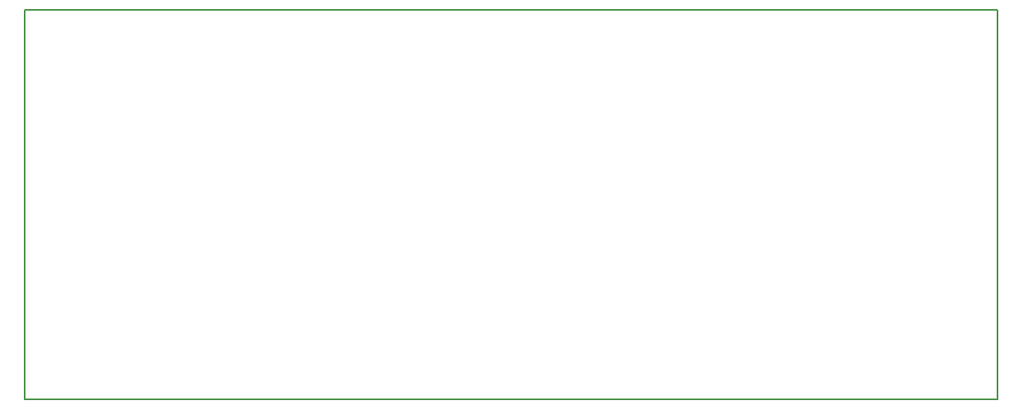
<source format=gbr>
%TF.GenerationSoftware,KiCad,Pcbnew,7.0.5*%
%TF.CreationDate,2023-06-27T15:21:13+05:30*%
%TF.ProjectId,NTC reader,4e544320-7265-4616-9465-722e6b696361,rev?*%
%TF.SameCoordinates,Original*%
%TF.FileFunction,Profile,NP*%
%FSLAX46Y46*%
G04 Gerber Fmt 4.6, Leading zero omitted, Abs format (unit mm)*
G04 Created by KiCad (PCBNEW 7.0.5) date 2023-06-27 15:21:13*
%MOMM*%
%LPD*%
G01*
G04 APERTURE LIST*
%TA.AperFunction,Profile*%
%ADD10C,0.150000*%
%TD*%
G04 APERTURE END LIST*
D10*
X98760000Y-89470000D02*
X198820000Y-89470000D01*
X198820000Y-129500000D01*
X98760000Y-129500000D01*
X98760000Y-89470000D01*
M02*

</source>
